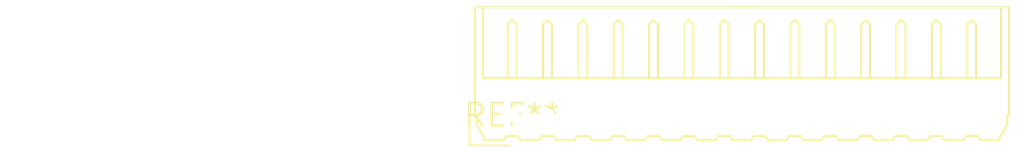
<source format=kicad_pcb>
(kicad_pcb (version 20240108) (generator pcbnew)
  (layers (0 "F.Cu" signal) (31 "B.Cu" signal) (34 "B.Paste" user) (35 "F.Paste" user) (36 "B.SilkS" user "B.Silkscreen") (37 "F.SilkS" user "F.Silkscreen") (38 "B.Mask" user) (39 "F.Mask" user) (44 "Edge.Cuts" user))
  (net 0 "")
  (footprint "Molex_Micro-Latch_53254-1470_1x14_P2.00mm_Horizontal" (layer "F.Cu") (at 0 0)
    (property "Reference" "REF**")
    (property "Value" "Molex_Micro-Latch_53254-1470_1x14_P2.00mm_Horizontal")
    (fp_line (start -2.41 1.71) (end -2.41 -0.59) (layer "F.SilkS") (stroke (width 0.12)))
    (fp_line (start -2.11 -6.11) (end 13 -6.11) (layer "F.SilkS") (stroke (width 0.12)))
    (fp_line (start -2.11 0) (end -2.11 -6.11) (layer "F.SilkS") (stroke (width 0.12)))
    (fp_line (start -2.01 0) (end -2.11 0) (layer "F.SilkS") (stroke (width 0.12)))
    (fp_line (start -2.01 0.5) (end -2.01 0) (layer "F.SilkS") (stroke (width 0.12)))
    (fp_line (start -1.66 -6.11) (end -1.66 -2.1) (layer "F.SilkS") (stroke (width 0.12)))
    (fp_line (start -1.66 -2.1) (end 27.66 -2.1) (layer "F.SilkS") (stroke (width 0.12)))
    (fp_line (start -1.51 1.41) (end -2.01 0.5) (layer "F.SilkS") (stroke (width 0.12)))
    (fp_line (start -0.5 1.41) (end -1.51 1.41) (layer "F.SilkS") (stroke (width 0.12)))
    (fp_line (start -0.3 1.16) (end -0.5 1.41) (layer "F.SilkS") (stroke (width 0.12)))
    (fp_line (start -0.3 1.16) (end 0.3 1.16) (layer "F.SilkS") (stroke (width 0.12)))
    (fp_line (start -0.25 -5.15) (end 0 -5.4) (layer "F.SilkS") (stroke (width 0.12)))
    (fp_line (start -0.25 -2.1) (end -0.25 -5.15) (layer "F.SilkS") (stroke (width 0.12)))
    (fp_line (start -0.11 1.71) (end -2.41 1.71) (layer "F.SilkS") (stroke (width 0.12)))
    (fp_line (start 0 -5.4) (end 0.25 -5.15) (layer "F.SilkS") (stroke (width 0.12)))
    (fp_line (start 0.25 -5.15) (end 0.25 -2.1) (layer "F.SilkS") (stroke (width 0.12)))
    (fp_line (start 0.3 1.16) (end 0.5 1.41) (layer "F.SilkS") (stroke (width 0.12)))
    (fp_line (start 0.5 1.41) (end 1.5 1.41) (layer "F.SilkS") (stroke (width 0.12)))
    (fp_line (start 1.5 1.41) (end 1.7 1.16) (layer "F.SilkS") (stroke (width 0.12)))
    (fp_line (start 1.7 1.16) (end 2.3 1.16) (layer "F.SilkS") (stroke (width 0.12)))
    (fp_line (start 1.75 -5.15) (end 2 -5.4) (layer "F.SilkS") (stroke (width 0.12)))
    (fp_line (start 1.75 -2.1) (end 1.75 -5.15) (layer "F.SilkS") (stroke (width 0.12)))
    (fp_line (start 2 -5.4) (end 2.25 -5.15) (layer "F.SilkS") (stroke (width 0.12)))
    (fp_line (start 2.25 -5.15) (end 2.25 -2.1) (layer "F.SilkS") (stroke (width 0.12)))
    (fp_line (start 2.3 1.16) (end 2.5 1.41) (layer "F.SilkS") (stroke (width 0.12)))
    (fp_line (start 2.5 1.41) (end 3.5 1.41) (layer "F.SilkS") (stroke (width 0.12)))
    (fp_line (start 3.5 1.41) (end 3.7 1.16) (layer "F.SilkS") (stroke (width 0.12)))
    (fp_line (start 3.7 1.16) (end 4.3 1.16) (layer "F.SilkS") (stroke (width 0.12)))
    (fp_line (start 3.75 -5.15) (end 4 -5.4) (layer "F.SilkS") (stroke (width 0.12)))
    (fp_line (start 3.75 -2.1) (end 3.75 -5.15) (layer "F.SilkS") (stroke (width 0.12)))
    (fp_line (start 4 -5.4) (end 4.25 -5.15) (layer "F.SilkS") (stroke (width 0.12)))
    (fp_line (start 4.25 -5.15) (end 4.25 -2.1) (layer "F.SilkS") (stroke (width 0.12)))
    (fp_line (start 4.3 1.16) (end 4.5 1.41) (layer "F.SilkS") (stroke (width 0.12)))
    (fp_line (start 4.5 1.41) (end 5.5 1.41) (layer "F.SilkS") (stroke (width 0.12)))
    (fp_line (start 5.5 1.41) (end 5.7 1.16) (layer "F.SilkS") (stroke (width 0.12)))
    (fp_line (start 5.7 1.16) (end 6.3 1.16) (layer "F.SilkS") (stroke (width 0.12)))
    (fp_line (start 5.75 -5.15) (end 6 -5.4) (layer "F.SilkS") (stroke (width 0.12)))
    (fp_line (start 5.75 -2.1) (end 5.75 -5.15) (layer "F.SilkS") (stroke (width 0.12)))
    (fp_line (start 6 -5.4) (end 6.25 -5.15) (layer "F.SilkS") (stroke (width 0.12)))
    (fp_line (start 6.25 -5.15) (end 6.25 -2.1) (layer "F.SilkS") (stroke (width 0.12)))
    (fp_line (start 6.3 1.16) (end 6.5 1.41) (layer "F.SilkS") (stroke (width 0.12)))
    (fp_line (start 6.5 1.41) (end 7.5 1.41) (layer "F.SilkS") (stroke (width 0.12)))
    (fp_line (start 7.5 1.41) (end 7.7 1.16) (layer "F.SilkS") (stroke (width 0.12)))
    (fp_line (start 7.7 1.16) (end 8.3 1.16) (layer "F.SilkS") (stroke (width 0.12)))
    (fp_line (start 7.75 -5.15) (end 8 -5.4) (layer "F.SilkS") (stroke (width 0.12)))
    (fp_line (start 7.75 -2.1) (end 7.75 -5.15) (layer "F.SilkS") (stroke (width 0.12)))
    (fp_line (start 8 -5.4) (end 8.25 -5.15) (layer "F.SilkS") (stroke (width 0.12)))
    (fp_line (start 8.25 -5.15) (end 8.25 -2.1) (layer "F.SilkS") (stroke (width 0.12)))
    (fp_line (start 8.3 1.16) (end 8.5 1.41) (layer "F.SilkS") (stroke (width 0.12)))
    (fp_line (start 8.5 1.41) (end 9.5 1.41) (layer "F.SilkS") (stroke (width 0.12)))
    (fp_line (start 9.5 1.41) (end 9.7 1.16) (layer "F.SilkS") (stroke (width 0.12)))
    (fp_line (start 9.7 1.16) (end 10.3 1.16) (layer "F.SilkS") (stroke (width 0.12)))
    (fp_line (start 9.75 -5.15) (end 10 -5.4) (layer "F.SilkS") (stroke (width 0.12)))
    (fp_line (start 9.75 -2.1) (end 9.75 -5.15) (layer "F.SilkS") (stroke (width 0.12)))
    (fp_line (start 10 -5.4) (end 10.25 -5.15) (layer "F.SilkS") (stroke (width 0.12)))
    (fp_line (start 10.25 -5.15) (end 10.25 -2.1) (layer "F.SilkS") (stroke (width 0.12)))
    (fp_line (start 10.3 1.16) (end 10.5 1.41) (layer "F.SilkS") (stroke (width 0.12)))
    (fp_line (start 10.5 1.41) (end 11.5 1.41) (layer "F.SilkS") (stroke (width 0.12)))
    (fp_line (start 11.5 1.41) (end 11.7 1.16) (layer "F.SilkS") (stroke (width 0.12)))
    (fp_line (start 11.7 1.16) (end 12.3 1.16) (layer "F.SilkS") (stroke (width 0.12)))
    (fp_line (start 11.75 -5.15) (end 12 -5.4) (layer "F.SilkS") (stroke (width 0.12)))
    (fp_line (start 11.75 -2.1) (end 11.75 -5.15) (layer "F.SilkS") (stroke (width 0.12)))
    (fp_line (start 12 -5.4) (end 12.25 -5.15) (layer "F.SilkS") (stroke (width 0.12)))
    (fp_line (start 12.25 -5.15) (end 12.25 -2.1) (layer "F.SilkS") (stroke (width 0.12)))
    (fp_line (start 12.3 1.16) (end 12.5 1.41) (layer "F.SilkS") (stroke (width 0.12)))
    (fp_line (start 12.5 1.41) (end 13.5 1.41) (layer "F.SilkS") (stroke (width 0.12)))
    (fp_line (start 13.5 1.41) (end 13.7 1.16) (layer "F.SilkS") (stroke (width 0.12)))
    (fp_line (start 13.7 1.16) (end 14.3 1.16) (layer "F.SilkS") (stroke (width 0.12)))
    (fp_line (start 13.75 -5.15) (end 14 -5.4) (layer "F.SilkS") (stroke (width 0.12)))
    (fp_line (start 13.75 -2.1) (end 13.75 -5.15) (layer "F.SilkS") (stroke (width 0.12)))
    (fp_line (start 14 -5.4) (end 14.25 -5.15) (layer "F.SilkS") (stroke (width 0.12)))
    (fp_line (start 14.25 -5.15) (end 14.25 -2.1) (layer "F.SilkS") (stroke (width 0.12)))
    (fp_line (start 14.3 1.16) (end 14.5 1.41) (layer "F.SilkS") (stroke (width 0.12)))
    (fp_line (start 14.5 1.41) (end 15.5 1.41) (layer "F.SilkS") (stroke (width 0.12)))
    (fp_line (start 15.5 1.41) (end 15.7 1.16) (layer "F.SilkS") (stroke (width 0.12)))
    (fp_line (start 15.7 1.16) (end 16.3 1.16) (layer "F.SilkS") (stroke (width 0.12)))
    (fp_line (start 15.75 -5.15) (end 16 -5.4) (layer "F.SilkS") (stroke (width 0.12)))
    (fp_line (start 15.75 -2.1) (end 15.75 -5.15) (layer "F.SilkS") (stroke (width 0.12)))
    (fp_line (start 16 -5.4) (end 16.25 -5.15) (layer "F.SilkS") (stroke (width 0.12)))
    (fp_line (start 16.25 -5.15) (end 16.25 -2.1) (layer "F.SilkS") (stroke (width 0.12)))
    (fp_line (start 16.3 1.16) (end 16.5 1.41) (layer "F.SilkS") (stroke (width 0.12)))
    (fp_line (start 16.5 1.41) (end 17.5 1.41) (layer "F.SilkS") (stroke (width 0.12)))
    (fp_line (start 17.5 1.41) (end 17.7 1.16) (layer "F.SilkS") (stroke (width 0.12)))
    (fp_line (start 17.7 1.16) (end 18.3 1.16) (layer "F.SilkS") (stroke (width 0.12)))
    (fp_line (start 17.75 -5.15) (end 18 -5.4) (layer "F.SilkS") (stroke (width 0.12)))
    (fp_line (start 17.75 -2.1) (end 17.75 -5.15) (layer "F.SilkS") (stroke (width 0.12)))
    (fp_line (start 18 -5.4) (end 18.25 -5.15) (layer "F.SilkS") (stroke (width 0.12)))
    (fp_line (start 18.25 -5.15) (end 18.25 -2.1) (layer "F.SilkS") (stroke (width 0.12)))
    (fp_line (start 18.3 1.16) (end 18.5 1.41) (layer "F.SilkS") (stroke (width 0.12)))
    (fp_line (start 18.5 1.41) (end 19.5 1.41) (layer "F.SilkS") (stroke (width 0.12)))
    (fp_line (start 19.5 1.41) (end 19.7 1.16) (layer "F.SilkS") (stroke (width 0.12)))
    (fp_line (start 19.7 1.16) (end 20.3 1.16) (layer "F.SilkS") (stroke (width 0.12)))
    (fp_line (start 19.75 -5.15) (end 20 -5.4) (layer "F.SilkS") (stroke (width 0.12)))
    (fp_line (start 19.75 -2.1) (end 19.75 -5.15) (layer "F.SilkS") (stroke (width 0.12)))
    (fp_line (start 20 -5.4) (end 20.25 -5.15) (layer "F.SilkS") (stroke (width 0.12)))
    (fp_line (start 20.25 -5.15) (end 20.25 -2.1) (layer "F.SilkS") (stroke (width 0.12)))
    (fp_line (start 20.3 1.16) (end 20.5 1.41) (layer "F.SilkS") (stroke (width 0.12)))
    (fp_line (start 20.5 1.41) (end 21.5 1.41) (layer "F.SilkS") (stroke (width 0.12)))
    (fp_line (start 21.5 1.41) (end 21.7 1.16) (layer "F.SilkS") (stroke (width 0.12)))
    (fp_line (start 21.7 1.16) (end 22.3 1.16) (layer "F.SilkS") (stroke (width 0.12)))
    (fp_line (start 21.75 -5.15) (end 22 -5.4) (layer "F.SilkS") (stroke (width 0.12)))
    (fp_line (start 21.75 -2.1) (end 21.75 -5.15) (layer "F.SilkS") (stroke (width 0.12)))
    (fp_line (start 22 -5.4) (end 22.25 -5.15) (layer "F.SilkS") (stroke (width 0.12)))
    (fp_line (start 22.25 -5.15) (end 22.25 -2.1) (layer "F.SilkS") (stroke (width 0.12)))
    (fp_line (start 22.3 1.16) (end 22.5 1.41) (layer "F.SilkS") (stroke (width 0.12)))
    (fp_line (start 22.5 1.41) (end 23.5 1.41) (layer "F.SilkS") (stroke (width 0.12)))
    (fp_line (start 23.5 1.41) (end 23.7 1.16) (layer "F.SilkS") (stroke (width 0.12)))
    (fp_line (start 23.7 1.16) (end 24.3 1.16) (layer "F.SilkS") (stroke (width 0.12)))
    (fp_line (start 23.75 -5.15) (end 24 -5.4) (layer "F.SilkS") (stroke (width 0.12)))
    (fp_line (start 23.75 -2.1) (end 23.75 -5.15) (layer "F.SilkS") (stroke (width 0.12)))
    (fp_line (start 24 -5.4) (end 24.25 -5.15) (layer "F.SilkS") (stroke (width 0.12)))
    (fp_line (start 24.25 -5.15) (end 24.25 -2.1) (layer "F.SilkS") (stroke (width 0.12)))
    (fp_line (start 24.3 1.16) (end 24.5 1.41) (layer "F.SilkS") (stroke (width 0.12)))
    (fp_line (start 24.5 1.41) (end 25.5 1.41) (layer "F.SilkS") (stroke (width 0.12)))
    (fp_line (start 25.5 1.41) (end 25.7 1.16) (layer "F.SilkS") (stroke (width 0.12)))
    (fp_line (start 25.7 1.16) (end 26.3 1.16) (layer "F.SilkS") (stroke (width 0.12)))
    (fp_line (start 25.75 -5.15) (end 26 -5.4) (layer "F.SilkS") (stroke (width 0.12)))
    (fp_line (start 25.75 -2.1) (end 25.75 -5.15) (layer "F.SilkS") (stroke (width 0.12)))
    (fp_line (start 26 -5.4) (end 26.25 -5.15) (layer "F.SilkS") (stroke (width 0.12)))
    (fp_line (start 26.25 -5.15) (end 26.25 -2.1) (layer "F.SilkS") (stroke (width 0.12)))
    (fp_line (start 26.3 1.16) (end 26.5 1.41) (layer "F.SilkS") (stroke (width 0.12)))
    (fp_line (start 26.5 1.41) (end 27.51 1.41) (layer "F.SilkS") (stroke (width 0.12)))
    (fp_line (start 27.51 1.41) (end 28.01 0.5) (layer "F.SilkS") (stroke (width 0.12)))
    (fp_line (start 27.66 -2.1) (end 27.66 -6.11) (layer "F.SilkS") (stroke (width 0.12)))
    (fp_line (start 28.01 0) (end 28.11 0) (layer "F.SilkS") (stroke (width 0.12)))
    (fp_line (start 28.01 0.5) (end 28.01 0) (layer "F.SilkS") (stroke (width 0.12)))
    (fp_line (start 28.11 -6.11) (end 13 -6.11) (layer "F.SilkS") (stroke (width 0.12)))
    (fp_line (start 28.11 0) (end 28.11 -6.11) (layer "F.SilkS") (stroke (width 0.12)))
    (pad "1" thru_hole roundrect (at 0 0) (size 1.2 1.8) (drill 0.8) (layers *.Cu *.Mask) (remove_unused_layers) (roundrect_rratio 0.208333))
    (pad "2" thru_hole oval (at 2 0) (size 1.2 1.8) (drill 0.8) (layers *.Cu *.Mask) (remove_unused_layers))
    (pad "3" thru_hole oval (at 4 0) (size 1.2 1.8) (drill 0.8) (layers *.Cu *.Mask) (remove_unused_layers))
    (pad "4" thru_hole oval (at 6 0) (size 1.2 1.8) (drill 0.8) (layers *.Cu *.Mask) (remove_unused_layers))
    (pad "5" thru_hole oval (at 8 0) (size 1.2 1.8) (drill 0.8) (layers *.Cu *.Mask) (remove_unused_layers))
    (pad "6" thru_hole oval (at 10 0) (size 1.2 1.8) (drill 0.8) (layers *.Cu *.Mask) (remove_unused_layers))
    (pad "7" thru_hole oval (at 12 0) (size 1.2 1.8) (drill 0.8) (layers *.Cu *.Mask) (remove_unused_layers))
    (pad "8" thru_hole oval (at 14 0) (size 1.2 1.8) (drill 0.8) (layers *.Cu *.Mask) (remove_unused_layers))
    (pad "9" thru_hole oval (at 16 0) (size 1.2 1.8) (drill 0.8) (layers *.Cu *.Mask) (remove_unused_layers))
    (pad "10" thru_hole oval (at 18 0) (size 1.2 1.8) (drill 0.8) (layers *.Cu *.Mask) (remove_unused_layers))
    (pad "11" thru_hole oval (at 20 0) (size 1.2 1.8) (drill 0.8) (layers *.Cu *.Mask) (remove_unused_layers))
    (pad "12" thru_hole oval (at 22 0) (size 1.2 1.8) (drill 0.8) (layers *.Cu *.Mask) (remove_unused_layers))
    (pad "13" thru_hole oval (at 24 0) (size 1.2 1.8) (drill 0.8) (layers *.Cu *.Mask) (remove_unused_layers))
    (pad "14" thru_hole oval (at 26 0) (size 1.2 1.8) (drill 0.8) (layers *.Cu *.Mask) (remove_unused_layers))
  )
)
</source>
